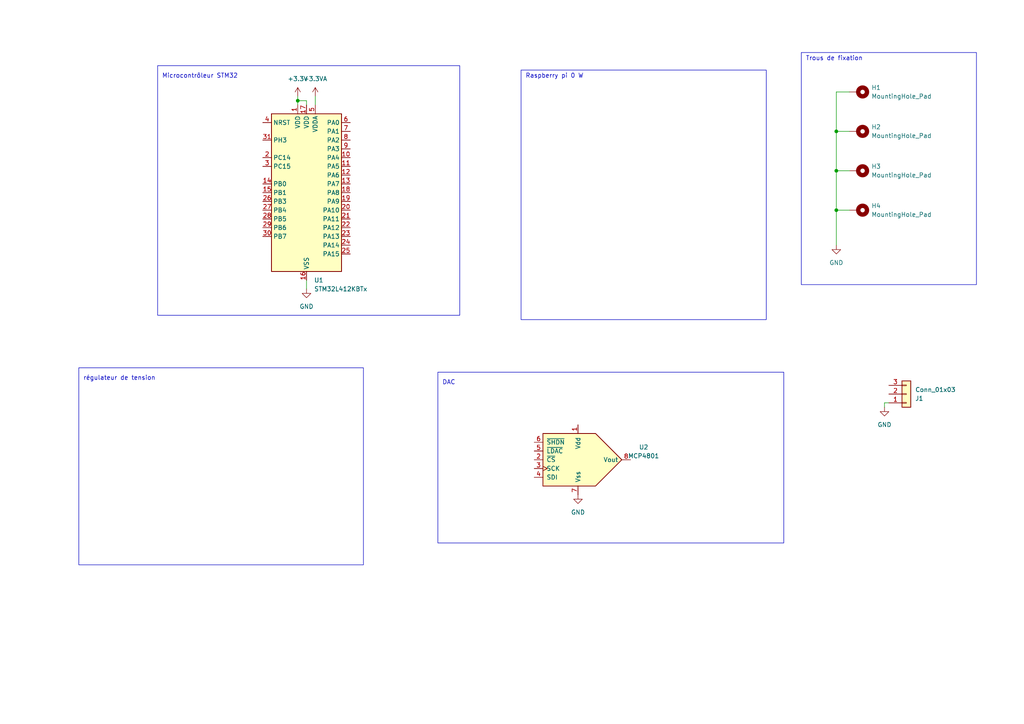
<source format=kicad_sch>
(kicad_sch (version 20230121) (generator eeschema)
  (paper "A4")
  (title_block (title "Ingenuity") (date "2024-03-11") (rev "1.0") (company "ENSEA"))
  (lib_symbols
    (symbol "Analog_DAC:MCP4801" (pin_names (offset 1.016))
      (property "Reference" "U" (at 1.27 10.795 0))
      (property "Value" "MCP4801" (at 1.27 8.89 0))
      (symbol "MCP4801_0_0"
        (polyline (pts (xy 12.7 0) (xy 5.08 7.62) (xy -10.16 7.62) (xy -10.16 -7.62) (xy 5.08 -7.62) (xy 12.7 0)) (stroke (width 0.254)) (fill (type background)))
      )
      (symbol "MCP4801_1_1"
        (pin power_in line (at 0 10.16 270) (length 2.54) (name "Vdd") (number "1"))
        (pin input line (at -12.7 0 0) (length 2.54) (name "~{CS}") (number "2"))
        (pin input clock (at -12.7 -2.54 0) (length 2.54) (name "SCK") (number "3"))
        (pin input line (at -12.7 -5.08 0) (length 2.54) (name "SDI") (number "4"))
        (pin input line (at -12.7 2.54 0) (length 2.54) (name "~{LDAC}") (number "5"))
        (pin input line (at -12.7 5.08 0) (length 2.54) (name "~{SHDN}") (number "6"))
        (pin power_in line (at 0 -10.16 90) (length 2.54) (name "Vss") (number "7"))
        (pin output line (at 15.24 0 180) (length 2.54) (name "Vout") (number "8"))
      )
    )
    (symbol "Connector_Generic:Conn_01x03" (pin_names (offset 1.016) hide)
      (property "Reference" "J" (at 0 5.08 0))
      (property "Value" "Conn_01x03" (at 0 -5.08 0))
      (symbol "Conn_01x03_1_1"
        (rectangle (start -1.27 -2.413) (end 0 -2.667) (stroke (width 0.1524)))
        (rectangle (start -1.27 0.127) (end 0 -0.127) (stroke (width 0.1524)))
        (rectangle (start -1.27 2.667) (end 0 2.413) (stroke (width 0.1524)))
        (rectangle (start -1.27 3.81) (end 1.27 -3.81) (stroke (width 0.254)) (fill (type background)))
        (pin passive line (at -5.08 2.54 0) (length 3.81) (name "Pin_1") (number "1"))
        (pin passive line (at -5.08 0 0) (length 3.81) (name "Pin_2") (number "2"))
        (pin passive line (at -5.08 -2.54 0) (length 3.81) (name "Pin_3") (number "3"))
      )
    )
    (symbol "MCU_ST_STM32L4:STM32L412KBTx"
      (property "Reference" "U" (at -10.16 24.13 0))
      (property "Value" "STM32L412KBTx" (at 5.08 24.13 0))
      (symbol "STM32L412KBTx_0_1"
        (rectangle (start -10.16 -22.86) (end 10.16 22.86) (stroke (width 0.254)) (fill (type background)))
      )
      (symbol "STM32L412KBTx_1_1"
        (pin power_in line (at -2.54 25.4 270) (length 2.54) (name "VDD") (number "1"))
        (pin bidirectional line (at 12.7 10.16 180) (length 2.54) (name "PA4") (number "10"))
        (pin bidirectional line (at 12.7 7.62 180) (length 2.54) (name "PA5") (number "11"))
        (pin bidirectional line (at 12.7 5.08 180) (length 2.54) (name "PA6") (number "12"))
        (pin bidirectional line (at 12.7 2.54 180) (length 2.54) (name "PA7") (number "13"))
        (pin bidirectional line (at -12.7 2.54 0) (length 2.54) (name "PB0") (number "14"))
        (pin bidirectional line (at -12.7 0 0) (length 2.54) (name "PB1") (number "15"))
        (pin power_in line (at 0 -25.4 90) (length 2.54) (name "VSS") (number "16"))
        (pin power_in line (at 0 25.4 270) (length 2.54) (name "VDD") (number "17"))
        (pin bidirectional line (at 12.7 0 180) (length 2.54) (name "PA8") (number "18"))
        (pin bidirectional line (at 12.7 -2.54 180) (length 2.54) (name "PA9") (number "19"))
        (pin bidirectional line (at -12.7 10.16 0) (length 2.54) (name "PC14") (number "2"))
        (pin bidirectional line (at 12.7 -5.08 180) (length 2.54) (name "PA10") (number "20"))
        (pin bidirectional line (at 12.7 -7.62 180) (length 2.54) (name "PA11") (number "21"))
        (pin bidirectional line (at 12.7 -10.16 180) (length 2.54) (name "PA12") (number "22"))
        (pin bidirectional line (at 12.7 -12.7 180) (length 2.54) (name "PA13") (number "23"))
        (pin bidirectional line (at 12.7 -15.24 180) (length 2.54) (name "PA14") (number "24"))
        (pin bidirectional line (at 12.7 -17.78 180) (length 2.54) (name "PA15") (number "25"))
        (pin bidirectional line (at -12.7 -2.54 0) (length 2.54) (name "PB3") (number "26"))
        (pin bidirectional line (at -12.7 -5.08 0) (length 2.54) (name "PB4") (number "27"))
        (pin bidirectional line (at -12.7 -7.62 0) (length 2.54) (name "PB5") (number "28"))
        (pin bidirectional line (at -12.7 -10.16 0) (length 2.54) (name "PB6") (number "29"))
        (pin bidirectional line (at -12.7 7.62 0) (length 2.54) (name "PC15") (number "3"))
        (pin bidirectional line (at -12.7 -12.7 0) (length 2.54) (name "PB7") (number "30"))
        (pin bidirectional line (at -12.7 15.24 0) (length 2.54) (name "PH3") (number "31"))
        (pin passive line (at 0 -25.4 90) (length 2.54) hide (name "VSS") (number "32"))
        (pin input line (at -12.7 20.32 0) (length 2.54) (name "NRST") (number "4"))
        (pin power_in line (at 2.54 25.4 270) (length 2.54) (name "VDDA") (number "5"))
        (pin bidirectional line (at 12.7 20.32 180) (length 2.54) (name "PA0") (number "6"))
        (pin bidirectional line (at 12.7 17.78 180) (length 2.54) (name "PA1") (number "7"))
        (pin bidirectional line (at 12.7 15.24 180) (length 2.54) (name "PA2") (number "8"))
        (pin bidirectional line (at 12.7 12.7 180) (length 2.54) (name "PA3") (number "9"))
      )
    )
    (symbol "Mechanical:MountingHole_Pad" (pin_numbers hide) (pin_names (offset 1.016) hide)
      (property "Reference" "H" (at 0 6.35 0))
      (property "Value" "MountingHole_Pad" (at 0 4.445 0))
      (symbol "MountingHole_Pad_0_1"
        (circle (center 0 1.27) (radius 1.27) (stroke (width 1.27)))
      )
      (symbol "MountingHole_Pad_1_1"
        (pin input line (at 0 -2.54 90) (length 2.54) (name "1") (number "1"))
      )
    )
    (symbol "power:+3.3V" (power) (pin_names (offset 0))
      (property "Value" "+3.3V" (at 0 3.556 0))
      (symbol "+3.3V_0_1"
        (polyline (pts (xy -0.762 1.27) (xy 0 2.54)))
        (polyline (pts (xy 0 0) (xy 0 2.54)))
        (polyline (pts (xy 0 2.54) (xy 0.762 1.27)))
      )
      (symbol "+3.3V_1_1"
        (pin power_in line (at 0 0 90) (length 0) hide (name "+3.3V") (number "1"))
      )
    )
    (symbol "power:+3.3VA" (power) (pin_names (offset 0))
      (property "Value" "+3.3VA" (at 0 3.556 0))
      (symbol "+3.3VA_0_1"
        (polyline (pts (xy -0.762 1.27) (xy 0 2.54)))
        (polyline (pts (xy 0 0) (xy 0 2.54)))
        (polyline (pts (xy 0 2.54) (xy 0.762 1.27)))
      )
      (symbol "+3.3VA_1_1"
        (pin power_in line (at 0 0 90) (length 0) hide (name "+3.3VA") (number "1"))
      )
    )
    (symbol "power:GND" (power) (pin_names (offset 0))
      (property "Value" "GND" (at 0 -3.81 0))
      (symbol "GND_0_1"
        (polyline (pts (xy 0 0) (xy 0 -1.27) (xy 1.27 -1.27) (xy 0 -2.54) (xy -1.27 -1.27) (xy 0 -1.27)))
      )
      (symbol "GND_1_1"
        (pin power_in line (at 0 0 270) (length 0) hide (name "GND") (number "1"))
      )
    )
  )
  (junction (at 242.57 60.96))
  (junction (at 242.57 38.1))
  (junction (at 86.36 29.21))
  (junction (at 242.57 49.53))
  (wire (pts (xy 91.44 27.94) (xy 91.44 30.48)))
  (wire (pts (xy 242.57 60.96) (xy 242.57 71.12)))
  (wire (pts (xy 242.57 60.96) (xy 246.38 60.96)))
  (wire (pts (xy 88.9 30.48) (xy 88.9 29.21)))
  (wire (pts (xy 86.36 27.94) (xy 86.36 29.21)))
  (wire (pts (xy 242.57 38.1) (xy 246.38 38.1)))
  (wire (pts (xy 242.57 49.53) (xy 246.38 49.53)))
  (wire (pts (xy 257.81 116.84) (xy 256.54 116.84)))
  (wire (pts (xy 88.9 29.21) (xy 86.36 29.21)))
  (wire (pts (xy 242.57 26.67) (xy 242.57 38.1)))
  (wire (pts (xy 86.36 29.21) (xy 86.36 30.48)))
  (wire (pts (xy 88.9 81.28) (xy 88.9 83.82)))
  (wire (pts (xy 246.38 26.67) (xy 242.57 26.67)))
  (wire (pts (xy 242.57 38.1) (xy 242.57 49.53)))
  (wire (pts (xy 242.57 49.53) (xy 242.57 60.96)))
  (wire (pts (xy 256.54 116.84) (xy 256.54 118.11)))
  (rectangle (start 151.13 20.32) (end 222.25 92.71))
  (rectangle (start 127 107.95) (end 227.33 157.48))
  (rectangle (start 232.41 15.24) (end 283.21 82.55))
  (rectangle (start 45.72 19.05) (end 133.35 91.44))
  (rectangle (start 22.86 106.68) (end 105.41 163.83))
  (text "Trous de fixation" (at 233.68 17.78 0) (effects (font (size 1.27 1.27)) (justify left bottom)))
  (text "Raspberry pi 0 W" (at 152.4 22.86 0) (effects (font (size 1.27 1.27)) (justify left bottom)))
  (text "régulateur de tension" (at 24.13 110.49 0) (effects (font (size 1.27 1.27)) (justify left bottom)))
  (text "Microcontrôleur STM32" (at 46.99 22.86 0) (effects (font (size 1.27 1.27)) (justify left bottom)))
  (text "DAC" (at 128.27 111.76 0) (effects (font (size 1.27 1.27)) (justify left bottom)))
  (symbol (lib_id "Mechanical:MountingHole_Pad") (at 248.92 38.1 270) (unit 1)
    (property "Reference" "H2" (at 252.73 36.83 90) (effects (justify left)))
    (property "Value" "MountingHole_Pad" (at 252.73 39.37 90) (effects (justify left)))
  )
  (symbol (lib_id "power:GND") (at 88.9 83.82 0) (unit 1)
    (property "Reference" "#PWR04" (effects hide))
    (property "Value" "GND" (at 88.9 88.9 0))
  )
  (symbol (lib_id "power:GND") (at 242.57 71.12 0) (unit 1)
    (property "Reference" "#PWR01" (effects hide))
    (property "Value" "GND" (at 242.57 76.2 0))
  )
  (symbol (lib_id "Mechanical:MountingHole_Pad") (at 248.92 49.53 270) (unit 1)
    (property "Reference" "H3" (at 252.73 48.26 90) (effects (justify left)))
    (property "Value" "MountingHole_Pad" (at 252.73 50.8 90) (effects (justify left)))
  )
  (symbol (lib_id "Analog_DAC:MCP4801") (at 167.64 133.35 0) (unit 1)
    (property "Reference" "U2" (at 186.69 129.7021 0))
    (property "Value" "MCP4801" (at 186.69 132.2421 0))
    (property "Datasheet" "http://ww1.microchip.com/downloads/en/DeviceDoc/22244B.pdf" (effects hide))
  )
  (symbol (lib_id "Connector_Generic:Conn_01x03") (at 262.89 114.3 0) (mirror x) (unit 1)
    (property "Reference" "J1" (at 265.43 115.57 0) (effects (justify left)))
    (property "Value" "Conn_01x03" (at 265.43 113.03 0) (effects (justify left)))
  )
  (symbol (lib_id "Mechanical:MountingHole_Pad") (at 248.92 26.67 270) (unit 1)
    (property "Reference" "H1" (at 252.73 25.4 90) (effects (justify left)))
    (property "Value" "MountingHole_Pad" (at 252.73 27.94 90) (effects (justify left)))
  )
  (symbol (lib_id "power:+3.3VA") (at 91.44 27.94 0) (unit 1)
    (property "Reference" "#PWR03" (effects hide))
    (property "Value" "+3.3VA" (at 91.44 22.86 0))
  )
  (symbol (lib_id "power:+3.3V") (at 86.36 27.94 0) (unit 1)
    (property "Reference" "#PWR02" (effects hide))
    (property "Value" "+3.3V" (at 86.36 22.86 0))
  )
  (symbol (lib_id "Mechanical:MountingHole_Pad") (at 248.92 60.96 270) (unit 1)
    (property "Reference" "H4" (at 252.73 59.69 90) (effects (justify left)))
    (property "Value" "MountingHole_Pad" (at 252.73 62.23 90) (effects (justify left)))
  )
  (symbol (lib_id "power:GND") (at 256.54 118.11 0) (unit 1)
    (property "Reference" "#PWR05" (effects hide))
    (property "Value" "GND" (at 256.54 123.19 0))
  )
  (symbol (lib_id "MCU_ST_STM32L4:STM32L412KBTx") (at 88.9 55.88 0) (unit 1)
    (property "Reference" "U1" (at 91.0941 81.28 0) (effects (justify left)))
    (property "Value" "STM32L412KBTx" (at 91.0941 83.82 0) (effects (justify left)))
    (property "Footprint" "Package_QFP:LQFP-32_7x7mm_P0.8mm" (effects hide))
    (property "Datasheet" "https://www.st.com/resource/en/datasheet/stm32l412kb.pdf" (effects hide))
  )
  (symbol (lib_id "power:GND") (at 167.64 143.51 0) (unit 1)
    (property "Reference" "#PWR06" (effects hide))
    (property "Value" "GND" (at 167.64 148.59 0))
  )
)
</source>
